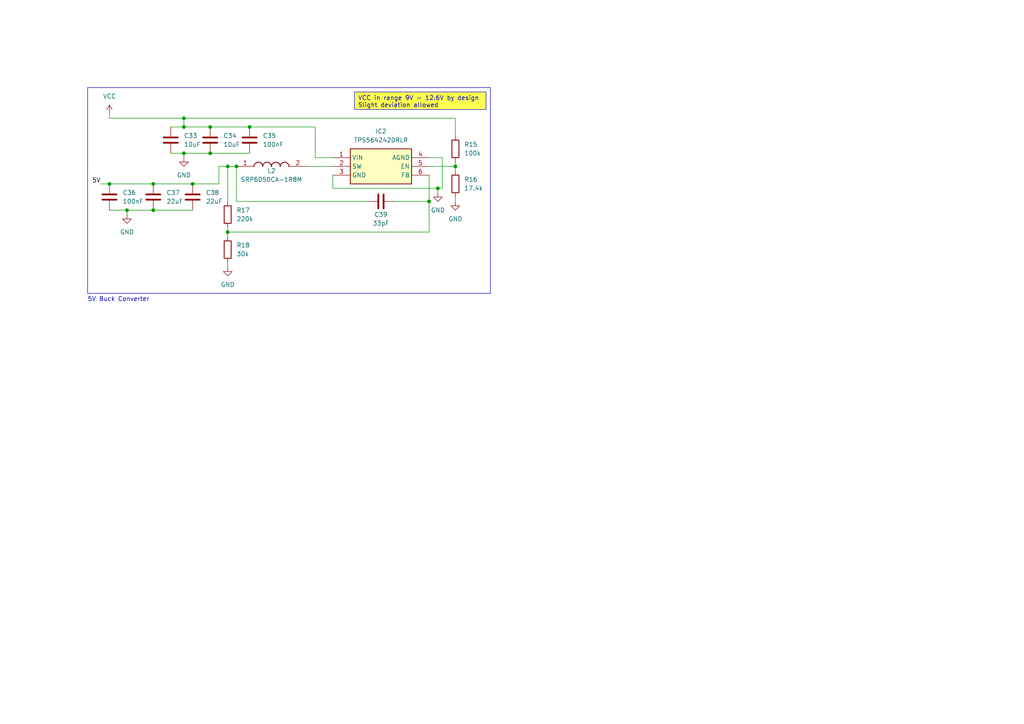
<source format=kicad_sch>
(kicad_sch (version 20230121) (generator eeschema)
  (paper "A4")
  (title_block (title "Buck Converter with 5V output") (date "2023-11-01") (rev "0.1"))
  (lib_symbols
    (symbol "Device:C" (pin_numbers hide) (pin_names (offset 0.254))
      (property "Reference" "C" (at 0.635 2.54 0))
      (property "Value" "C" (at 0.635 -2.54 0))
      (symbol "C_0_1"
        (polyline (pts (xy -2.032 -0.762) (xy 2.032 -0.762)) (stroke (width 0.508)))
        (polyline (pts (xy -2.032 0.762) (xy 2.032 0.762)) (stroke (width 0.508)))
      )
      (symbol "C_1_1"
        (pin passive line (at 0 3.81 270) (length 2.794) (name "~") (number "1"))
        (pin passive line (at 0 -3.81 90) (length 2.794) (name "~") (number "2"))
      )
    )
    (symbol "Device:R" (pin_numbers hide) (pin_names (offset 0))
      (property "Reference" "R" (at 2.032 0 90))
      (property "Value" "R" (at 0 0 90))
      (symbol "R_0_1"
        (rectangle (start -1.016 -2.54) (end 1.016 2.54) (stroke (width 0.254)))
      )
      (symbol "R_1_1"
        (pin passive line (at 0 3.81 270) (length 1.27) (name "~") (number "1"))
        (pin passive line (at 0 -3.81 90) (length 1.27) (name "~") (number "2"))
      )
    )
    (symbol "parts:SRP6050CA-1R8M" (pin_names hide)
      (property "Reference" "L" (at 16.51 6.35 0))
      (property "Value" "SRP6050CA-1R8M" (at 16.51 3.81 0))
      (symbol "SRP6050CA-1R8M_1_1"
        (arc (start 7.62 0) (mid 6.35 1.219) (end 5.08 0) (stroke (width 0.254)))
        (arc (start 10.16 0) (mid 8.89 1.219) (end 7.62 0) (stroke (width 0.254)))
        (arc (start 12.7 0) (mid 11.43 1.219) (end 10.16 0) (stroke (width 0.254)))
        (arc (start 15.24 0) (mid 13.97 1.219) (end 12.7 0) (stroke (width 0.254)))
        (pin passive line (at 0 0 0) (length 5.08) (name "1") (number "1"))
        (pin passive line (at 20.32 0 180) (length 5.08) (name "2") (number "2"))
      )
    )
    (symbol "parts:TPS564242DRLR"
      (property "Reference" "IC" (at 24.13 7.62 0))
      (property "Value" "TPS564242DRLR" (at 24.13 5.08 0))
      (symbol "TPS564242DRLR_1_1"
        (rectangle (start 5.08 2.54) (end 22.86 -7.62) (stroke (width 0.254)) (fill (type background)))
        (pin passive line (at 0 0 0) (length 5.08) (name "VIN") (number "1"))
        (pin passive line (at 0 -2.54 0) (length 5.08) (name "SW") (number "2"))
        (pin passive line (at 0 -5.08 0) (length 5.08) (name "GND") (number "3"))
        (pin passive line (at 27.94 0 180) (length 5.08) (name "AGND") (number "4"))
        (pin passive line (at 27.94 -2.54 180) (length 5.08) (name "EN") (number "5"))
        (pin passive line (at 27.94 -5.08 180) (length 5.08) (name "FB") (number "6"))
      )
    )
    (symbol "power:GND" (power) (pin_names (offset 0))
      (property "Value" "GND" (at 0 -3.81 0))
      (symbol "GND_0_1"
        (polyline (pts (xy 0 0) (xy 0 -1.27) (xy 1.27 -1.27) (xy 0 -2.54) (xy -1.27 -1.27) (xy 0 -1.27)))
      )
      (symbol "GND_1_1"
        (pin power_in line (at 0 0 270) (length 0) hide (name "GND") (number "1"))
      )
    )
    (symbol "power:VCC" (power) (pin_names (offset 0))
      (property "Value" "VCC" (at 0 3.81 0))
      (symbol "VCC_0_1"
        (polyline (pts (xy -0.762 1.27) (xy 0 2.54)))
        (polyline (pts (xy 0 0) (xy 0 2.54)))
        (polyline (pts (xy 0 2.54) (xy 0.762 1.27)))
      )
      (symbol "VCC_1_1"
        (pin power_in line (at 0 0 90) (length 0) hide (name "VCC") (number "1"))
      )
    )
  )
  (junction (at 53.34 44.45))
  (junction (at 44.45 60.96))
  (junction (at 127 54.61))
  (junction (at 55.88 53.34))
  (junction (at 60.96 36.83))
  (junction (at 66.04 48.26))
  (junction (at 53.34 36.83))
  (junction (at 44.45 53.34))
  (junction (at 68.58 48.26))
  (junction (at 66.04 67.31))
  (junction (at 132.08 48.26))
  (junction (at 31.75 53.34))
  (junction (at 124.46 58.42))
  (junction (at 53.34 34.29))
  (junction (at 60.96 44.45))
  (junction (at 36.83 60.96))
  (junction (at 72.39 36.83))
  (wire (pts (xy 31.75 60.96) (xy 36.83 60.96)))
  (wire (pts (xy 66.04 66.04) (xy 66.04 67.31)))
  (wire (pts (xy 127 54.61) (xy 127 55.88)))
  (wire (pts (xy 66.04 48.26) (xy 66.04 58.42)))
  (wire (pts (xy 44.45 60.96) (xy 55.88 60.96)))
  (wire (pts (xy 49.53 36.83) (xy 53.34 36.83)))
  (wire (pts (xy 68.58 48.26) (xy 68.58 58.42)))
  (wire (pts (xy 63.5 53.34) (xy 63.5 48.26)))
  (wire (pts (xy 68.58 58.42) (xy 106.68 58.42)))
  (wire (pts (xy 53.34 44.45) (xy 60.96 44.45)))
  (wire (pts (xy 127 54.61) (xy 128.27 54.61)))
  (wire (pts (xy 128.27 54.61) (xy 128.27 45.72)))
  (wire (pts (xy 132.08 46.99) (xy 132.08 48.26)))
  (wire (pts (xy 72.39 36.83) (xy 91.44 36.83)))
  (wire (pts (xy 66.04 48.26) (xy 68.58 48.26)))
  (wire (pts (xy 128.27 45.72) (xy 124.46 45.72)))
  (wire (pts (xy 66.04 67.31) (xy 124.46 67.31)))
  (wire (pts (xy 132.08 34.29) (xy 132.08 39.37)))
  (wire (pts (xy 124.46 48.26) (xy 132.08 48.26)))
  (wire (pts (xy 31.75 34.29) (xy 53.34 34.29)))
  (wire (pts (xy 44.45 53.34) (xy 55.88 53.34)))
  (wire (pts (xy 66.04 67.31) (xy 66.04 68.58)))
  (wire (pts (xy 53.34 44.45) (xy 53.34 45.72)))
  (wire (pts (xy 60.96 44.45) (xy 72.39 44.45)))
  (wire (pts (xy 91.44 36.83) (xy 91.44 45.72)))
  (wire (pts (xy 96.52 50.8) (xy 96.52 54.61)))
  (wire (pts (xy 36.83 60.96) (xy 44.45 60.96)))
  (wire (pts (xy 114.3 58.42) (xy 124.46 58.42)))
  (wire (pts (xy 36.83 60.96) (xy 36.83 62.23)))
  (wire (pts (xy 53.34 36.83) (xy 60.96 36.83)))
  (wire (pts (xy 29.21 53.34) (xy 31.75 53.34)))
  (wire (pts (xy 63.5 48.26) (xy 66.04 48.26)))
  (wire (pts (xy 91.44 45.72) (xy 96.52 45.72)))
  (wire (pts (xy 132.08 48.26) (xy 132.08 49.53)))
  (wire (pts (xy 55.88 53.34) (xy 63.5 53.34)))
  (wire (pts (xy 31.75 34.29) (xy 31.75 33.02)))
  (wire (pts (xy 49.53 44.45) (xy 53.34 44.45)))
  (wire (pts (xy 88.9 48.26) (xy 96.52 48.26)))
  (wire (pts (xy 132.08 57.15) (xy 132.08 58.42)))
  (wire (pts (xy 31.75 53.34) (xy 44.45 53.34)))
  (wire (pts (xy 124.46 67.31) (xy 124.46 58.42)))
  (wire (pts (xy 96.52 54.61) (xy 127 54.61)))
  (wire (pts (xy 53.34 34.29) (xy 132.08 34.29)))
  (wire (pts (xy 124.46 58.42) (xy 124.46 50.8)))
  (wire (pts (xy 66.04 76.2) (xy 66.04 77.47)))
  (wire (pts (xy 60.96 36.83) (xy 72.39 36.83)))
  (wire (pts (xy 53.34 34.29) (xy 53.34 36.83)))
  (rectangle (start 25.4 25.4) (end 142.24 85.09))
  (text_box "VCC in range 9V - 12.6V by design\nSlight deviation allowed" (at 102.87 26.67 0) (size 38.1 5.08) (fill (type color) (color 255 255 80 1)) (effects (font (size 1.27 1.27)) (justify left top)))
  (text "5V Buck Converter" (at 25.4 87.63 0) (effects (font (size 1.27 1.27)) (justify left bottom)))
  (label "5V" (at 29.21 53.34 180))
  (symbol (lib_id "Device:C") (at 55.88 57.15 0) (unit 1)
    (property "Reference" "C38" (at 59.69 55.88 0) (effects (justify left)))
    (property "Value" "22uF" (at 59.69 58.42 0) (effects (justify left)))
    (property "Footprint" "Capacitor_SMD:C_0805_2012Metric" (effects hide))
  )
  (symbol (lib_id "Device:R") (at 66.04 62.23 0) (unit 1)
    (property "Reference" "R17" (at 68.58 60.96 0) (effects (justify left)))
    (property "Value" "220k" (at 68.58 63.5 0) (effects (justify left)))
    (property "Footprint" "Resistor_SMD:R_0603_1608Metric" (effects hide))
  )
  (symbol (lib_id "power:GND") (at 53.34 45.72 0) (unit 1)
    (property "Reference" "#PWR028" (effects hide))
    (property "Value" "GND" (at 53.34 50.8 0))
    (instances (project "PSU_module_minirys" (path "" (reference "#PWR028") (unit 1)) (path "" (reference "#PWR027") (unit 1))))
  )
  (symbol (lib_id "Device:C") (at 31.75 57.15 0) (unit 1)
    (property "Reference" "C36" (at 35.56 55.88 0) (effects (justify left)))
    (property "Value" "100nF" (at 35.56 58.42 0) (effects (justify left)))
    (property "Footprint" "Capacitor_SMD:C_0603_1608Metric" (effects hide))
  )
  (symbol (lib_id "Device:R") (at 132.08 43.18 0) (unit 1)
    (property "Reference" "R15" (at 134.62 41.91 0) (effects (justify left)))
    (property "Value" "100k" (at 134.62 44.45 0) (effects (justify left)))
    (property "Footprint" "Resistor_SMD:R_0603_1608Metric" (effects hide))
  )
  (symbol (lib_id "power:GND") (at 36.83 62.23 0) (unit 1)
    (property "Reference" "#PWR029" (effects hide))
    (property "Value" "GND" (at 36.83 67.31 0))
    (instances (project "PSU_module_minirys" (path "" (reference "#PWR029") (unit 1)) (path "" (reference "#PWR030") (unit 1))))
  )
  (symbol (lib_id "Device:R") (at 132.08 53.34 0) (unit 1)
    (property "Reference" "R16" (at 134.62 52.07 0) (effects (justify left)))
    (property "Value" "17.4k" (at 134.62 54.61 0) (effects (justify left)))
    (property "Footprint" "Resistor_SMD:R_0603_1608Metric" (effects hide))
  )
  (symbol (lib_id "power:GND") (at 127 55.88 0) (unit 1)
    (property "Reference" "#PWR027" (effects hide))
    (property "Value" "GND" (at 127 60.96 0))
    (instances (project "PSU_module_minirys" (path "" (reference "#PWR027") (unit 1)) (path "" (reference "#PWR028") (unit 1))))
  )
  (symbol (lib_id "Device:C") (at 110.49 58.42 270) (unit 1)
    (property "Reference" "C39" (at 110.49 62.23 90))
    (property "Value" "33pF" (at 110.49 64.77 90))
    (property "Footprint" "Capacitor_SMD:C_0402_1005Metric" (effects hide))
  )
  (symbol (lib_id "Device:C") (at 60.96 40.64 0) (unit 1)
    (property "Reference" "C34" (at 64.77 39.37 0) (effects (justify left)))
    (property "Value" "10uF" (at 64.77 41.91 0) (effects (justify left)))
    (property "Footprint" "Capacitor_SMD:C_0805_2012Metric" (effects hide))
  )
  (symbol (lib_id "Device:R") (at 66.04 72.39 0) (unit 1)
    (property "Reference" "R18" (at 68.58 71.12 0) (effects (justify left)))
    (property "Value" "30k" (at 68.58 73.66 0) (effects (justify left)))
    (property "Footprint" "Resistor_SMD:R_0603_1608Metric" (effects hide))
  )
  (symbol (lib_id "parts:SRP6050CA-1R8M") (at 68.58 48.26 0) (unit 1)
    (property "Reference" "L2" (at 78.74 49.53 0))
    (property "Value" "SRP6050CA-1R8M" (at 78.74 52.07 0))
    (property "Footprint" "parts:SRP6050CA1R8M" (effects hide))
    (property "Datasheet" "https://www.bourns.com/docs/Product-Datasheets/SRP6050CA.pdf" (effects hide))
    (property "Height" "5" (effects hide))
    (property "Mouser Part Number" "652-SRP6050CA-1R8M" (effects hide))
    (property "Mouser Price/Stock" "https://www.mouser.co.uk/ProductDetail/Bourns/SRP6050CA-1R8M?qs=MLItCLRbWswUzmvJuUfhuw%3D%3D" (effects hide))
    (property "Manufacturer_Name" "Bourns" (effects hide))
    (property "Manufacturer_Part_Number" "SRP6050CA-1R8M" (effects hide))
  )
  (symbol (lib_id "power:VCC") (at 31.75 33.02 0) (unit 1)
    (property "Reference" "#PWR023" (effects hide))
    (property "Value" "VCC" (at 31.75 27.94 0))
  )
  (symbol (lib_id "Device:C") (at 72.39 40.64 0) (unit 1)
    (property "Reference" "C35" (at 76.2 39.37 0) (effects (justify left)))
    (property "Value" "100nF" (at 76.2 41.91 0) (effects (justify left)))
    (property "Footprint" "Capacitor_SMD:C_0603_1608Metric" (effects hide))
  )
  (symbol (lib_id "Device:C") (at 44.45 57.15 0) (unit 1)
    (property "Reference" "C37" (at 48.26 55.88 0) (effects (justify left)))
    (property "Value" "22uF" (at 48.26 58.42 0) (effects (justify left)))
    (property "Footprint" "Capacitor_SMD:C_0805_2012Metric" (effects hide))
  )
  (symbol (lib_id "Device:C") (at 49.53 40.64 0) (unit 1)
    (property "Reference" "C33" (at 53.34 39.37 0) (effects (justify left)))
    (property "Value" "10uF" (at 53.34 41.91 0) (effects (justify left)))
    (property "Footprint" "Capacitor_SMD:C_0805_2012Metric" (effects hide))
  )
  (symbol (lib_id "parts:TPS564242DRLR") (at 96.52 45.72 0) (unit 1)
    (property "Reference" "IC2" (at 110.49 38.1 0))
    (property "Value" "TPS564242DRLR" (at 110.49 40.64 0))
    (property "Footprint" "parts:SOTFL50P160X60-6N" (effects hide))
    (property "Datasheet" "https://www.ti.com/lit/ds/symlink/tps564242.pdf?ts=1685014476098&ref_url=https%253A%252F%252Fwww.ti.com%252Fproduct%252FTPS564242%252Fpart-details%252FTPS564242DRLR" (effects hide))
    (property "Height" "0.6" (effects hide))
    (property "Mouser Part Number" "595-TPS564242DRLR" (effects hide))
    (property "Mouser Price/Stock" "https://www.mouser.co.uk/ProductDetail/Texas-Instruments/TPS564242DRLR?qs=tlsG%2FOw5FFglPbz3y0H%252BmQ%3D%3D" (effects hide))
    (property "Manufacturer_Name" "Texas Instruments" (effects hide))
    (property "Manufacturer_Part_Number" "TPS564242DRLR" (effects hide))
  )
  (symbol (lib_id "power:GND") (at 132.08 58.42 0) (unit 1)
    (property "Reference" "#PWR030" (effects hide))
    (property "Value" "GND" (at 132.08 63.5 0))
    (instances (project "PSU_module_minirys" (path "" (reference "#PWR030") (unit 1)) (path "" (reference "#PWR029") (unit 1))))
  )
  (symbol (lib_id "power:GND") (at 66.04 77.47 0) (unit 1)
    (property "Reference" "#PWR031" (effects hide))
    (property "Value" "GND" (at 66.04 82.55 0))
  )
)
</source>
